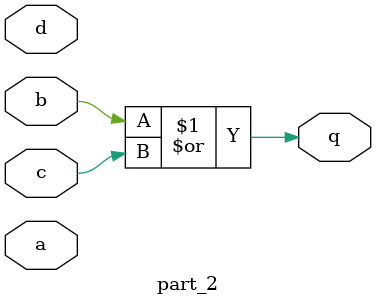
<source format=v>
module part_2(
    input a, b, c, d,
    output q
);
    
assign q = b | c;

endmodule

</source>
